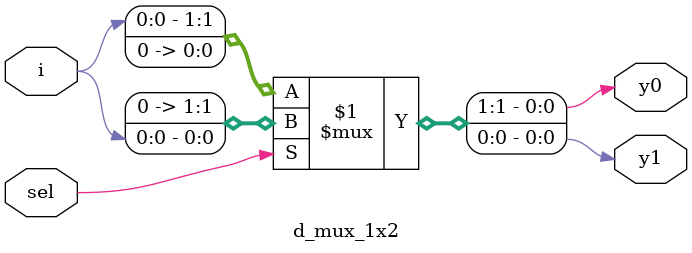
<source format=v>
module d_mux_1x2(input i, sel , output y1,y0);
  assign {y0,y1} = sel?{1'b0,i}: {i,1'b0};
endmodule
</source>
